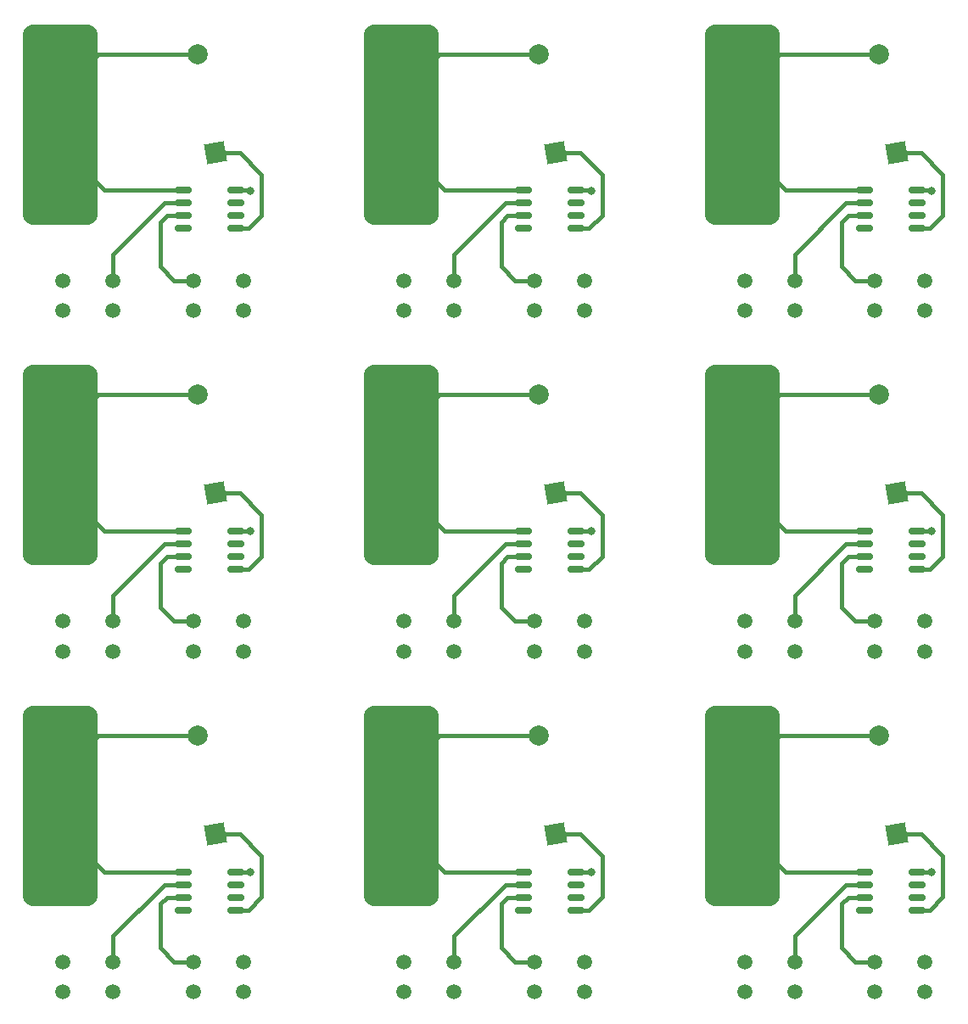
<source format=gbr>
%TF.GenerationSoftware,KiCad,Pcbnew,7.0.5*%
%TF.CreationDate,2023-10-26T18:16:14+09:00*%
%TF.ProjectId,clover_timer_p,636c6f76-6572-45f7-9469-6d65725f702e,rev?*%
%TF.SameCoordinates,Original*%
%TF.FileFunction,Copper,L1,Top*%
%TF.FilePolarity,Positive*%
%FSLAX46Y46*%
G04 Gerber Fmt 4.6, Leading zero omitted, Abs format (unit mm)*
G04 Created by KiCad (PCBNEW 7.0.5) date 2023-10-26 18:16:14*
%MOMM*%
%LPD*%
G01*
G04 APERTURE LIST*
G04 Aperture macros list*
%AMRoundRect*
0 Rectangle with rounded corners*
0 $1 Rounding radius*
0 $2 $3 $4 $5 $6 $7 $8 $9 X,Y pos of 4 corners*
0 Add a 4 corners polygon primitive as box body*
4,1,4,$2,$3,$4,$5,$6,$7,$8,$9,$2,$3,0*
0 Add four circle primitives for the rounded corners*
1,1,$1+$1,$2,$3*
1,1,$1+$1,$4,$5*
1,1,$1+$1,$6,$7*
1,1,$1+$1,$8,$9*
0 Add four rect primitives between the rounded corners*
20,1,$1+$1,$2,$3,$4,$5,0*
20,1,$1+$1,$4,$5,$6,$7,0*
20,1,$1+$1,$6,$7,$8,$9,0*
20,1,$1+$1,$8,$9,$2,$3,0*%
%AMRotRect*
0 Rectangle, with rotation*
0 The origin of the aperture is its center*
0 $1 length*
0 $2 width*
0 $3 Rotation angle, in degrees counterclockwise*
0 Add horizontal line*
21,1,$1,$2,0,0,$3*%
G04 Aperture macros list end*
%TA.AperFunction,SMDPad,CuDef*%
%ADD10RoundRect,1.125000X-2.625000X-8.875000X2.625000X-8.875000X2.625000X8.875000X-2.625000X8.875000X0*%
%TD*%
%TA.AperFunction,ComponentPad*%
%ADD11C,2.000000*%
%TD*%
%TA.AperFunction,ComponentPad*%
%ADD12RotRect,2.000000X2.000000X100.000000*%
%TD*%
%TA.AperFunction,SMDPad,CuDef*%
%ADD13RoundRect,0.150000X-0.675000X-0.150000X0.675000X-0.150000X0.675000X0.150000X-0.675000X0.150000X0*%
%TD*%
%TA.AperFunction,ComponentPad*%
%ADD14C,1.500000*%
%TD*%
%TA.AperFunction,ViaPad*%
%ADD15C,0.800000*%
%TD*%
%TA.AperFunction,Conductor*%
%ADD16C,0.400000*%
%TD*%
G04 APERTURE END LIST*
D10*
%TO.P,J3,1,Pin_1*%
%TO.N,+3V0*%
X132750000Y-60500000D03*
%TD*%
D11*
%TO.P,BZ9,2,+*%
%TO.N,+3V0*%
X180431759Y-121475961D03*
D12*
%TO.P,BZ9,1,-*%
%TO.N,Net-(BZ1--)*%
X182168241Y-131324039D03*
%TD*%
D13*
%TO.P,IC9,8,GND*%
%TO.N,GND*%
X184225000Y-135095000D03*
%TO.P,IC9,7,PA0*%
%TO.N,unconnected-(IC1-PA0-Pad7)*%
X184225000Y-136365000D03*
%TO.P,IC9,6,PA4*%
%TO.N,unconnected-(IC1-PA4-Pad6)*%
X184225000Y-137635000D03*
%TO.P,IC9,5,PA3*%
%TO.N,Net-(BZ1--)*%
X184225000Y-138905000D03*
%TO.P,IC9,4,PA5*%
%TO.N,unconnected-(IC1-PA5-Pad4)*%
X178975000Y-138905000D03*
%TO.P,IC9,3,PA6*%
%TO.N,Net-(IC1-PA6)*%
X178975000Y-137635000D03*
%TO.P,IC9,2,PA7*%
%TO.N,Net-(IC1-PA7)*%
X178975000Y-136365000D03*
%TO.P,IC9,1,VDD*%
%TO.N,+3V0*%
X178975000Y-135095000D03*
%TD*%
D14*
%TO.P,SW17,2,2*%
%TO.N,Net-(IC1-PA7)*%
X172000000Y-144100000D03*
X167000000Y-144100000D03*
%TO.P,SW17,1,1*%
%TO.N,GND*%
X172000000Y-147100000D03*
X167000000Y-147100000D03*
%TD*%
%TO.P,SW18,2,2*%
%TO.N,Net-(IC1-PA6)*%
X185025000Y-144075000D03*
X180025000Y-144075000D03*
%TO.P,SW18,1,1*%
%TO.N,GND*%
X185025000Y-147075000D03*
X180025000Y-147075000D03*
%TD*%
D10*
%TO.P,J17,1,Pin_1*%
%TO.N,+3V0*%
X166750000Y-128500000D03*
%TD*%
D11*
%TO.P,BZ8,2,+*%
%TO.N,+3V0*%
X146431759Y-121475961D03*
D12*
%TO.P,BZ8,1,-*%
%TO.N,Net-(BZ1--)*%
X148168241Y-131324039D03*
%TD*%
D13*
%TO.P,IC8,8,GND*%
%TO.N,GND*%
X150225000Y-135095000D03*
%TO.P,IC8,7,PA0*%
%TO.N,unconnected-(IC1-PA0-Pad7)*%
X150225000Y-136365000D03*
%TO.P,IC8,6,PA4*%
%TO.N,unconnected-(IC1-PA4-Pad6)*%
X150225000Y-137635000D03*
%TO.P,IC8,5,PA3*%
%TO.N,Net-(BZ1--)*%
X150225000Y-138905000D03*
%TO.P,IC8,4,PA5*%
%TO.N,unconnected-(IC1-PA5-Pad4)*%
X144975000Y-138905000D03*
%TO.P,IC8,3,PA6*%
%TO.N,Net-(IC1-PA6)*%
X144975000Y-137635000D03*
%TO.P,IC8,2,PA7*%
%TO.N,Net-(IC1-PA7)*%
X144975000Y-136365000D03*
%TO.P,IC8,1,VDD*%
%TO.N,+3V0*%
X144975000Y-135095000D03*
%TD*%
D14*
%TO.P,SW15,2,2*%
%TO.N,Net-(IC1-PA7)*%
X138000000Y-144100000D03*
X133000000Y-144100000D03*
%TO.P,SW15,1,1*%
%TO.N,GND*%
X138000000Y-147100000D03*
X133000000Y-147100000D03*
%TD*%
%TO.P,SW16,2,2*%
%TO.N,Net-(IC1-PA6)*%
X151025000Y-144075000D03*
X146025000Y-144075000D03*
%TO.P,SW16,1,1*%
%TO.N,GND*%
X151025000Y-147075000D03*
X146025000Y-147075000D03*
%TD*%
D10*
%TO.P,J15,1,Pin_1*%
%TO.N,+3V0*%
X132750000Y-128500000D03*
%TD*%
D11*
%TO.P,BZ7,2,+*%
%TO.N,+3V0*%
X112431759Y-121475961D03*
D12*
%TO.P,BZ7,1,-*%
%TO.N,Net-(BZ1--)*%
X114168241Y-131324039D03*
%TD*%
D13*
%TO.P,IC7,8,GND*%
%TO.N,GND*%
X116225000Y-135095000D03*
%TO.P,IC7,7,PA0*%
%TO.N,unconnected-(IC1-PA0-Pad7)*%
X116225000Y-136365000D03*
%TO.P,IC7,6,PA4*%
%TO.N,unconnected-(IC1-PA4-Pad6)*%
X116225000Y-137635000D03*
%TO.P,IC7,5,PA3*%
%TO.N,Net-(BZ1--)*%
X116225000Y-138905000D03*
%TO.P,IC7,4,PA5*%
%TO.N,unconnected-(IC1-PA5-Pad4)*%
X110975000Y-138905000D03*
%TO.P,IC7,3,PA6*%
%TO.N,Net-(IC1-PA6)*%
X110975000Y-137635000D03*
%TO.P,IC7,2,PA7*%
%TO.N,Net-(IC1-PA7)*%
X110975000Y-136365000D03*
%TO.P,IC7,1,VDD*%
%TO.N,+3V0*%
X110975000Y-135095000D03*
%TD*%
D14*
%TO.P,SW13,2,2*%
%TO.N,Net-(IC1-PA7)*%
X104000000Y-144100000D03*
X99000000Y-144100000D03*
%TO.P,SW13,1,1*%
%TO.N,GND*%
X104000000Y-147100000D03*
X99000000Y-147100000D03*
%TD*%
%TO.P,SW14,2,2*%
%TO.N,Net-(IC1-PA6)*%
X117025000Y-144075000D03*
X112025000Y-144075000D03*
%TO.P,SW14,1,1*%
%TO.N,GND*%
X117025000Y-147075000D03*
X112025000Y-147075000D03*
%TD*%
D10*
%TO.P,J13,1,Pin_1*%
%TO.N,+3V0*%
X98750000Y-128500000D03*
%TD*%
D11*
%TO.P,BZ6,2,+*%
%TO.N,+3V0*%
X180431759Y-87475961D03*
D12*
%TO.P,BZ6,1,-*%
%TO.N,Net-(BZ1--)*%
X182168241Y-97324039D03*
%TD*%
D13*
%TO.P,IC6,8,GND*%
%TO.N,GND*%
X184225000Y-101095000D03*
%TO.P,IC6,7,PA0*%
%TO.N,unconnected-(IC1-PA0-Pad7)*%
X184225000Y-102365000D03*
%TO.P,IC6,6,PA4*%
%TO.N,unconnected-(IC1-PA4-Pad6)*%
X184225000Y-103635000D03*
%TO.P,IC6,5,PA3*%
%TO.N,Net-(BZ1--)*%
X184225000Y-104905000D03*
%TO.P,IC6,4,PA5*%
%TO.N,unconnected-(IC1-PA5-Pad4)*%
X178975000Y-104905000D03*
%TO.P,IC6,3,PA6*%
%TO.N,Net-(IC1-PA6)*%
X178975000Y-103635000D03*
%TO.P,IC6,2,PA7*%
%TO.N,Net-(IC1-PA7)*%
X178975000Y-102365000D03*
%TO.P,IC6,1,VDD*%
%TO.N,+3V0*%
X178975000Y-101095000D03*
%TD*%
D14*
%TO.P,SW11,2,2*%
%TO.N,Net-(IC1-PA7)*%
X172000000Y-110100000D03*
X167000000Y-110100000D03*
%TO.P,SW11,1,1*%
%TO.N,GND*%
X172000000Y-113100000D03*
X167000000Y-113100000D03*
%TD*%
%TO.P,SW12,2,2*%
%TO.N,Net-(IC1-PA6)*%
X185025000Y-110075000D03*
X180025000Y-110075000D03*
%TO.P,SW12,1,1*%
%TO.N,GND*%
X185025000Y-113075000D03*
X180025000Y-113075000D03*
%TD*%
D10*
%TO.P,J11,1,Pin_1*%
%TO.N,+3V0*%
X166750000Y-94500000D03*
%TD*%
D11*
%TO.P,BZ5,2,+*%
%TO.N,+3V0*%
X146431759Y-87475961D03*
D12*
%TO.P,BZ5,1,-*%
%TO.N,Net-(BZ1--)*%
X148168241Y-97324039D03*
%TD*%
D13*
%TO.P,IC5,8,GND*%
%TO.N,GND*%
X150225000Y-101095000D03*
%TO.P,IC5,7,PA0*%
%TO.N,unconnected-(IC1-PA0-Pad7)*%
X150225000Y-102365000D03*
%TO.P,IC5,6,PA4*%
%TO.N,unconnected-(IC1-PA4-Pad6)*%
X150225000Y-103635000D03*
%TO.P,IC5,5,PA3*%
%TO.N,Net-(BZ1--)*%
X150225000Y-104905000D03*
%TO.P,IC5,4,PA5*%
%TO.N,unconnected-(IC1-PA5-Pad4)*%
X144975000Y-104905000D03*
%TO.P,IC5,3,PA6*%
%TO.N,Net-(IC1-PA6)*%
X144975000Y-103635000D03*
%TO.P,IC5,2,PA7*%
%TO.N,Net-(IC1-PA7)*%
X144975000Y-102365000D03*
%TO.P,IC5,1,VDD*%
%TO.N,+3V0*%
X144975000Y-101095000D03*
%TD*%
D14*
%TO.P,SW9,2,2*%
%TO.N,Net-(IC1-PA7)*%
X138000000Y-110100000D03*
X133000000Y-110100000D03*
%TO.P,SW9,1,1*%
%TO.N,GND*%
X138000000Y-113100000D03*
X133000000Y-113100000D03*
%TD*%
%TO.P,SW10,2,2*%
%TO.N,Net-(IC1-PA6)*%
X151025000Y-110075000D03*
X146025000Y-110075000D03*
%TO.P,SW10,1,1*%
%TO.N,GND*%
X151025000Y-113075000D03*
X146025000Y-113075000D03*
%TD*%
D10*
%TO.P,J9,1,Pin_1*%
%TO.N,+3V0*%
X132750000Y-94500000D03*
%TD*%
D11*
%TO.P,BZ4,2,+*%
%TO.N,+3V0*%
X112431759Y-87475961D03*
D12*
%TO.P,BZ4,1,-*%
%TO.N,Net-(BZ1--)*%
X114168241Y-97324039D03*
%TD*%
D13*
%TO.P,IC4,8,GND*%
%TO.N,GND*%
X116225000Y-101095000D03*
%TO.P,IC4,7,PA0*%
%TO.N,unconnected-(IC1-PA0-Pad7)*%
X116225000Y-102365000D03*
%TO.P,IC4,6,PA4*%
%TO.N,unconnected-(IC1-PA4-Pad6)*%
X116225000Y-103635000D03*
%TO.P,IC4,5,PA3*%
%TO.N,Net-(BZ1--)*%
X116225000Y-104905000D03*
%TO.P,IC4,4,PA5*%
%TO.N,unconnected-(IC1-PA5-Pad4)*%
X110975000Y-104905000D03*
%TO.P,IC4,3,PA6*%
%TO.N,Net-(IC1-PA6)*%
X110975000Y-103635000D03*
%TO.P,IC4,2,PA7*%
%TO.N,Net-(IC1-PA7)*%
X110975000Y-102365000D03*
%TO.P,IC4,1,VDD*%
%TO.N,+3V0*%
X110975000Y-101095000D03*
%TD*%
D14*
%TO.P,SW7,2,2*%
%TO.N,Net-(IC1-PA7)*%
X104000000Y-110100000D03*
X99000000Y-110100000D03*
%TO.P,SW7,1,1*%
%TO.N,GND*%
X104000000Y-113100000D03*
X99000000Y-113100000D03*
%TD*%
%TO.P,SW8,2,2*%
%TO.N,Net-(IC1-PA6)*%
X117025000Y-110075000D03*
X112025000Y-110075000D03*
%TO.P,SW8,1,1*%
%TO.N,GND*%
X117025000Y-113075000D03*
X112025000Y-113075000D03*
%TD*%
D10*
%TO.P,J7,1,Pin_1*%
%TO.N,+3V0*%
X98750000Y-94500000D03*
%TD*%
D11*
%TO.P,BZ3,2,+*%
%TO.N,+3V0*%
X180431759Y-53475961D03*
D12*
%TO.P,BZ3,1,-*%
%TO.N,Net-(BZ1--)*%
X182168241Y-63324039D03*
%TD*%
D13*
%TO.P,IC3,8,GND*%
%TO.N,GND*%
X184225000Y-67095000D03*
%TO.P,IC3,7,PA0*%
%TO.N,unconnected-(IC1-PA0-Pad7)*%
X184225000Y-68365000D03*
%TO.P,IC3,6,PA4*%
%TO.N,unconnected-(IC1-PA4-Pad6)*%
X184225000Y-69635000D03*
%TO.P,IC3,5,PA3*%
%TO.N,Net-(BZ1--)*%
X184225000Y-70905000D03*
%TO.P,IC3,4,PA5*%
%TO.N,unconnected-(IC1-PA5-Pad4)*%
X178975000Y-70905000D03*
%TO.P,IC3,3,PA6*%
%TO.N,Net-(IC1-PA6)*%
X178975000Y-69635000D03*
%TO.P,IC3,2,PA7*%
%TO.N,Net-(IC1-PA7)*%
X178975000Y-68365000D03*
%TO.P,IC3,1,VDD*%
%TO.N,+3V0*%
X178975000Y-67095000D03*
%TD*%
D14*
%TO.P,SW5,2,2*%
%TO.N,Net-(IC1-PA7)*%
X172000000Y-76100000D03*
X167000000Y-76100000D03*
%TO.P,SW5,1,1*%
%TO.N,GND*%
X172000000Y-79100000D03*
X167000000Y-79100000D03*
%TD*%
%TO.P,SW6,2,2*%
%TO.N,Net-(IC1-PA6)*%
X185025000Y-76075000D03*
X180025000Y-76075000D03*
%TO.P,SW6,1,1*%
%TO.N,GND*%
X185025000Y-79075000D03*
X180025000Y-79075000D03*
%TD*%
D10*
%TO.P,J5,1,Pin_1*%
%TO.N,+3V0*%
X166750000Y-60500000D03*
%TD*%
D11*
%TO.P,BZ2,2,+*%
%TO.N,+3V0*%
X146431759Y-53475961D03*
D12*
%TO.P,BZ2,1,-*%
%TO.N,Net-(BZ1--)*%
X148168241Y-63324039D03*
%TD*%
D13*
%TO.P,IC2,8,GND*%
%TO.N,GND*%
X150225000Y-67095000D03*
%TO.P,IC2,7,PA0*%
%TO.N,unconnected-(IC1-PA0-Pad7)*%
X150225000Y-68365000D03*
%TO.P,IC2,6,PA4*%
%TO.N,unconnected-(IC1-PA4-Pad6)*%
X150225000Y-69635000D03*
%TO.P,IC2,5,PA3*%
%TO.N,Net-(BZ1--)*%
X150225000Y-70905000D03*
%TO.P,IC2,4,PA5*%
%TO.N,unconnected-(IC1-PA5-Pad4)*%
X144975000Y-70905000D03*
%TO.P,IC2,3,PA6*%
%TO.N,Net-(IC1-PA6)*%
X144975000Y-69635000D03*
%TO.P,IC2,2,PA7*%
%TO.N,Net-(IC1-PA7)*%
X144975000Y-68365000D03*
%TO.P,IC2,1,VDD*%
%TO.N,+3V0*%
X144975000Y-67095000D03*
%TD*%
D14*
%TO.P,SW3,2,2*%
%TO.N,Net-(IC1-PA7)*%
X138000000Y-76100000D03*
X133000000Y-76100000D03*
%TO.P,SW3,1,1*%
%TO.N,GND*%
X138000000Y-79100000D03*
X133000000Y-79100000D03*
%TD*%
%TO.P,SW4,2,2*%
%TO.N,Net-(IC1-PA6)*%
X151025000Y-76075000D03*
X146025000Y-76075000D03*
%TO.P,SW4,1,1*%
%TO.N,GND*%
X151025000Y-79075000D03*
X146025000Y-79075000D03*
%TD*%
%TO.P,SW2,1,1*%
%TO.N,GND*%
X112025000Y-79075000D03*
X117025000Y-79075000D03*
%TO.P,SW2,2,2*%
%TO.N,Net-(IC1-PA6)*%
X112025000Y-76075000D03*
X117025000Y-76075000D03*
%TD*%
D13*
%TO.P,IC1,1,VDD*%
%TO.N,+3V0*%
X110975000Y-67095000D03*
%TO.P,IC1,2,PA7*%
%TO.N,Net-(IC1-PA7)*%
X110975000Y-68365000D03*
%TO.P,IC1,3,PA6*%
%TO.N,Net-(IC1-PA6)*%
X110975000Y-69635000D03*
%TO.P,IC1,4,PA5*%
%TO.N,unconnected-(IC1-PA5-Pad4)*%
X110975000Y-70905000D03*
%TO.P,IC1,5,PA3*%
%TO.N,Net-(BZ1--)*%
X116225000Y-70905000D03*
%TO.P,IC1,6,PA4*%
%TO.N,unconnected-(IC1-PA4-Pad6)*%
X116225000Y-69635000D03*
%TO.P,IC1,7,PA0*%
%TO.N,unconnected-(IC1-PA0-Pad7)*%
X116225000Y-68365000D03*
%TO.P,IC1,8,GND*%
%TO.N,GND*%
X116225000Y-67095000D03*
%TD*%
D12*
%TO.P,BZ1,1,-*%
%TO.N,Net-(BZ1--)*%
X114168241Y-63324039D03*
D11*
%TO.P,BZ1,2,+*%
%TO.N,+3V0*%
X112431759Y-53475961D03*
%TD*%
D14*
%TO.P,SW1,1,1*%
%TO.N,GND*%
X99000000Y-79100000D03*
X104000000Y-79100000D03*
%TO.P,SW1,2,2*%
%TO.N,Net-(IC1-PA7)*%
X99000000Y-76100000D03*
X104000000Y-76100000D03*
%TD*%
D10*
%TO.P,J1,1,Pin_1*%
%TO.N,+3V0*%
X98750000Y-60500000D03*
%TD*%
D15*
%TO.N,GND*%
X185700000Y-135100000D03*
X151700000Y-135100000D03*
X117700000Y-135100000D03*
X185700000Y-101100000D03*
X151700000Y-101100000D03*
X117700000Y-101100000D03*
X185700000Y-67100000D03*
X151700000Y-67100000D03*
X117700000Y-67100000D03*
%TD*%
D16*
%TO.N,Net-(IC1-PA6)*%
X178975000Y-137635000D02*
X177365000Y-137635000D01*
%TO.N,+3V0*%
X166750000Y-125250000D02*
X166750000Y-128500000D01*
%TO.N,Net-(IC1-PA6)*%
X178075000Y-144075000D02*
X180025000Y-144075000D01*
%TO.N,Net-(BZ1--)*%
X184624039Y-131324039D02*
X182168241Y-131324039D01*
%TO.N,+3V0*%
X171095000Y-135095000D02*
X178975000Y-135095000D01*
%TO.N,Net-(IC1-PA7)*%
X177135000Y-136365000D02*
X178975000Y-136365000D01*
%TO.N,Net-(IC1-PA6)*%
X176700000Y-142700000D02*
X178075000Y-144075000D01*
%TO.N,Net-(BZ1--)*%
X184225000Y-138905000D02*
X185495000Y-138905000D01*
%TO.N,+3V0*%
X166750000Y-128500000D02*
X166750000Y-130750000D01*
%TO.N,Net-(IC1-PA7)*%
X172000000Y-141500000D02*
X177135000Y-136365000D01*
X172000000Y-144100000D02*
X172000000Y-141500000D01*
%TO.N,GND*%
X185695000Y-135095000D02*
X185700000Y-135100000D01*
%TO.N,Net-(BZ1--)*%
X185495000Y-138905000D02*
X186800000Y-137600000D01*
%TO.N,Net-(IC1-PA6)*%
X176700000Y-138300000D02*
X176700000Y-142700000D01*
%TO.N,Net-(BZ1--)*%
X186800000Y-133500000D02*
X184624039Y-131324039D01*
%TO.N,GND*%
X184225000Y-135095000D02*
X185695000Y-135095000D01*
%TO.N,Net-(IC1-PA6)*%
X177365000Y-137635000D02*
X176700000Y-138300000D01*
%TO.N,Net-(BZ1--)*%
X186800000Y-137600000D02*
X186800000Y-133500000D01*
%TO.N,+3V0*%
X166750000Y-130750000D02*
X171095000Y-135095000D01*
X180431759Y-121475961D02*
X170524039Y-121475961D01*
X170524039Y-121475961D02*
X166750000Y-125250000D01*
%TO.N,Net-(IC1-PA6)*%
X144975000Y-137635000D02*
X143365000Y-137635000D01*
%TO.N,+3V0*%
X132750000Y-125250000D02*
X132750000Y-128500000D01*
%TO.N,Net-(IC1-PA6)*%
X144075000Y-144075000D02*
X146025000Y-144075000D01*
%TO.N,Net-(BZ1--)*%
X150624039Y-131324039D02*
X148168241Y-131324039D01*
%TO.N,+3V0*%
X137095000Y-135095000D02*
X144975000Y-135095000D01*
%TO.N,Net-(IC1-PA7)*%
X143135000Y-136365000D02*
X144975000Y-136365000D01*
%TO.N,Net-(IC1-PA6)*%
X142700000Y-142700000D02*
X144075000Y-144075000D01*
%TO.N,Net-(BZ1--)*%
X150225000Y-138905000D02*
X151495000Y-138905000D01*
%TO.N,+3V0*%
X132750000Y-128500000D02*
X132750000Y-130750000D01*
%TO.N,Net-(IC1-PA7)*%
X138000000Y-141500000D02*
X143135000Y-136365000D01*
X138000000Y-144100000D02*
X138000000Y-141500000D01*
%TO.N,GND*%
X151695000Y-135095000D02*
X151700000Y-135100000D01*
%TO.N,Net-(BZ1--)*%
X151495000Y-138905000D02*
X152800000Y-137600000D01*
%TO.N,Net-(IC1-PA6)*%
X142700000Y-138300000D02*
X142700000Y-142700000D01*
%TO.N,Net-(BZ1--)*%
X152800000Y-133500000D02*
X150624039Y-131324039D01*
%TO.N,GND*%
X150225000Y-135095000D02*
X151695000Y-135095000D01*
%TO.N,Net-(IC1-PA6)*%
X143365000Y-137635000D02*
X142700000Y-138300000D01*
%TO.N,Net-(BZ1--)*%
X152800000Y-137600000D02*
X152800000Y-133500000D01*
%TO.N,+3V0*%
X132750000Y-130750000D02*
X137095000Y-135095000D01*
X146431759Y-121475961D02*
X136524039Y-121475961D01*
X136524039Y-121475961D02*
X132750000Y-125250000D01*
%TO.N,Net-(IC1-PA6)*%
X110975000Y-137635000D02*
X109365000Y-137635000D01*
%TO.N,+3V0*%
X98750000Y-125250000D02*
X98750000Y-128500000D01*
%TO.N,Net-(IC1-PA6)*%
X110075000Y-144075000D02*
X112025000Y-144075000D01*
%TO.N,Net-(BZ1--)*%
X116624039Y-131324039D02*
X114168241Y-131324039D01*
%TO.N,+3V0*%
X103095000Y-135095000D02*
X110975000Y-135095000D01*
%TO.N,Net-(IC1-PA7)*%
X109135000Y-136365000D02*
X110975000Y-136365000D01*
%TO.N,Net-(IC1-PA6)*%
X108700000Y-142700000D02*
X110075000Y-144075000D01*
%TO.N,Net-(BZ1--)*%
X116225000Y-138905000D02*
X117495000Y-138905000D01*
%TO.N,+3V0*%
X98750000Y-128500000D02*
X98750000Y-130750000D01*
%TO.N,Net-(IC1-PA7)*%
X104000000Y-141500000D02*
X109135000Y-136365000D01*
X104000000Y-144100000D02*
X104000000Y-141500000D01*
%TO.N,GND*%
X117695000Y-135095000D02*
X117700000Y-135100000D01*
%TO.N,Net-(BZ1--)*%
X117495000Y-138905000D02*
X118800000Y-137600000D01*
%TO.N,Net-(IC1-PA6)*%
X108700000Y-138300000D02*
X108700000Y-142700000D01*
%TO.N,Net-(BZ1--)*%
X118800000Y-133500000D02*
X116624039Y-131324039D01*
%TO.N,GND*%
X116225000Y-135095000D02*
X117695000Y-135095000D01*
%TO.N,Net-(IC1-PA6)*%
X109365000Y-137635000D02*
X108700000Y-138300000D01*
%TO.N,Net-(BZ1--)*%
X118800000Y-137600000D02*
X118800000Y-133500000D01*
%TO.N,+3V0*%
X98750000Y-130750000D02*
X103095000Y-135095000D01*
X112431759Y-121475961D02*
X102524039Y-121475961D01*
X102524039Y-121475961D02*
X98750000Y-125250000D01*
%TO.N,Net-(IC1-PA6)*%
X178975000Y-103635000D02*
X177365000Y-103635000D01*
%TO.N,+3V0*%
X166750000Y-91250000D02*
X166750000Y-94500000D01*
%TO.N,Net-(IC1-PA6)*%
X178075000Y-110075000D02*
X180025000Y-110075000D01*
%TO.N,Net-(BZ1--)*%
X184624039Y-97324039D02*
X182168241Y-97324039D01*
%TO.N,+3V0*%
X171095000Y-101095000D02*
X178975000Y-101095000D01*
%TO.N,Net-(IC1-PA7)*%
X177135000Y-102365000D02*
X178975000Y-102365000D01*
%TO.N,Net-(IC1-PA6)*%
X176700000Y-108700000D02*
X178075000Y-110075000D01*
%TO.N,Net-(BZ1--)*%
X184225000Y-104905000D02*
X185495000Y-104905000D01*
%TO.N,+3V0*%
X166750000Y-94500000D02*
X166750000Y-96750000D01*
%TO.N,Net-(IC1-PA7)*%
X172000000Y-107500000D02*
X177135000Y-102365000D01*
X172000000Y-110100000D02*
X172000000Y-107500000D01*
%TO.N,GND*%
X185695000Y-101095000D02*
X185700000Y-101100000D01*
%TO.N,Net-(BZ1--)*%
X185495000Y-104905000D02*
X186800000Y-103600000D01*
%TO.N,Net-(IC1-PA6)*%
X176700000Y-104300000D02*
X176700000Y-108700000D01*
%TO.N,Net-(BZ1--)*%
X186800000Y-99500000D02*
X184624039Y-97324039D01*
%TO.N,GND*%
X184225000Y-101095000D02*
X185695000Y-101095000D01*
%TO.N,Net-(IC1-PA6)*%
X177365000Y-103635000D02*
X176700000Y-104300000D01*
%TO.N,Net-(BZ1--)*%
X186800000Y-103600000D02*
X186800000Y-99500000D01*
%TO.N,+3V0*%
X166750000Y-96750000D02*
X171095000Y-101095000D01*
X180431759Y-87475961D02*
X170524039Y-87475961D01*
X170524039Y-87475961D02*
X166750000Y-91250000D01*
%TO.N,Net-(IC1-PA6)*%
X144975000Y-103635000D02*
X143365000Y-103635000D01*
%TO.N,+3V0*%
X132750000Y-91250000D02*
X132750000Y-94500000D01*
%TO.N,Net-(IC1-PA6)*%
X144075000Y-110075000D02*
X146025000Y-110075000D01*
%TO.N,Net-(BZ1--)*%
X150624039Y-97324039D02*
X148168241Y-97324039D01*
%TO.N,+3V0*%
X137095000Y-101095000D02*
X144975000Y-101095000D01*
%TO.N,Net-(IC1-PA7)*%
X143135000Y-102365000D02*
X144975000Y-102365000D01*
%TO.N,Net-(IC1-PA6)*%
X142700000Y-108700000D02*
X144075000Y-110075000D01*
%TO.N,Net-(BZ1--)*%
X150225000Y-104905000D02*
X151495000Y-104905000D01*
%TO.N,+3V0*%
X132750000Y-94500000D02*
X132750000Y-96750000D01*
%TO.N,Net-(IC1-PA7)*%
X138000000Y-107500000D02*
X143135000Y-102365000D01*
X138000000Y-110100000D02*
X138000000Y-107500000D01*
%TO.N,GND*%
X151695000Y-101095000D02*
X151700000Y-101100000D01*
%TO.N,Net-(BZ1--)*%
X151495000Y-104905000D02*
X152800000Y-103600000D01*
%TO.N,Net-(IC1-PA6)*%
X142700000Y-104300000D02*
X142700000Y-108700000D01*
%TO.N,Net-(BZ1--)*%
X152800000Y-99500000D02*
X150624039Y-97324039D01*
%TO.N,GND*%
X150225000Y-101095000D02*
X151695000Y-101095000D01*
%TO.N,Net-(IC1-PA6)*%
X143365000Y-103635000D02*
X142700000Y-104300000D01*
%TO.N,Net-(BZ1--)*%
X152800000Y-103600000D02*
X152800000Y-99500000D01*
%TO.N,+3V0*%
X132750000Y-96750000D02*
X137095000Y-101095000D01*
X146431759Y-87475961D02*
X136524039Y-87475961D01*
X136524039Y-87475961D02*
X132750000Y-91250000D01*
%TO.N,Net-(IC1-PA6)*%
X110975000Y-103635000D02*
X109365000Y-103635000D01*
%TO.N,+3V0*%
X98750000Y-91250000D02*
X98750000Y-94500000D01*
%TO.N,Net-(IC1-PA6)*%
X110075000Y-110075000D02*
X112025000Y-110075000D01*
%TO.N,Net-(BZ1--)*%
X116624039Y-97324039D02*
X114168241Y-97324039D01*
%TO.N,+3V0*%
X103095000Y-101095000D02*
X110975000Y-101095000D01*
%TO.N,Net-(IC1-PA7)*%
X109135000Y-102365000D02*
X110975000Y-102365000D01*
%TO.N,Net-(IC1-PA6)*%
X108700000Y-108700000D02*
X110075000Y-110075000D01*
%TO.N,Net-(BZ1--)*%
X116225000Y-104905000D02*
X117495000Y-104905000D01*
%TO.N,+3V0*%
X98750000Y-94500000D02*
X98750000Y-96750000D01*
%TO.N,Net-(IC1-PA7)*%
X104000000Y-107500000D02*
X109135000Y-102365000D01*
X104000000Y-110100000D02*
X104000000Y-107500000D01*
%TO.N,GND*%
X117695000Y-101095000D02*
X117700000Y-101100000D01*
%TO.N,Net-(BZ1--)*%
X117495000Y-104905000D02*
X118800000Y-103600000D01*
%TO.N,Net-(IC1-PA6)*%
X108700000Y-104300000D02*
X108700000Y-108700000D01*
%TO.N,Net-(BZ1--)*%
X118800000Y-99500000D02*
X116624039Y-97324039D01*
%TO.N,GND*%
X116225000Y-101095000D02*
X117695000Y-101095000D01*
%TO.N,Net-(IC1-PA6)*%
X109365000Y-103635000D02*
X108700000Y-104300000D01*
%TO.N,Net-(BZ1--)*%
X118800000Y-103600000D02*
X118800000Y-99500000D01*
%TO.N,+3V0*%
X98750000Y-96750000D02*
X103095000Y-101095000D01*
X112431759Y-87475961D02*
X102524039Y-87475961D01*
X102524039Y-87475961D02*
X98750000Y-91250000D01*
%TO.N,Net-(IC1-PA6)*%
X178975000Y-69635000D02*
X177365000Y-69635000D01*
%TO.N,+3V0*%
X166750000Y-57250000D02*
X166750000Y-60500000D01*
%TO.N,Net-(IC1-PA6)*%
X178075000Y-76075000D02*
X180025000Y-76075000D01*
%TO.N,Net-(BZ1--)*%
X184624039Y-63324039D02*
X182168241Y-63324039D01*
%TO.N,+3V0*%
X171095000Y-67095000D02*
X178975000Y-67095000D01*
%TO.N,Net-(IC1-PA7)*%
X177135000Y-68365000D02*
X178975000Y-68365000D01*
%TO.N,Net-(IC1-PA6)*%
X176700000Y-74700000D02*
X178075000Y-76075000D01*
%TO.N,Net-(BZ1--)*%
X184225000Y-70905000D02*
X185495000Y-70905000D01*
%TO.N,+3V0*%
X166750000Y-60500000D02*
X166750000Y-62750000D01*
%TO.N,Net-(IC1-PA7)*%
X172000000Y-73500000D02*
X177135000Y-68365000D01*
X172000000Y-76100000D02*
X172000000Y-73500000D01*
%TO.N,GND*%
X185695000Y-67095000D02*
X185700000Y-67100000D01*
%TO.N,Net-(BZ1--)*%
X185495000Y-70905000D02*
X186800000Y-69600000D01*
%TO.N,Net-(IC1-PA6)*%
X176700000Y-70300000D02*
X176700000Y-74700000D01*
%TO.N,Net-(BZ1--)*%
X186800000Y-65500000D02*
X184624039Y-63324039D01*
%TO.N,GND*%
X184225000Y-67095000D02*
X185695000Y-67095000D01*
%TO.N,Net-(IC1-PA6)*%
X177365000Y-69635000D02*
X176700000Y-70300000D01*
%TO.N,Net-(BZ1--)*%
X186800000Y-69600000D02*
X186800000Y-65500000D01*
%TO.N,+3V0*%
X166750000Y-62750000D02*
X171095000Y-67095000D01*
X180431759Y-53475961D02*
X170524039Y-53475961D01*
X170524039Y-53475961D02*
X166750000Y-57250000D01*
%TO.N,Net-(IC1-PA6)*%
X144975000Y-69635000D02*
X143365000Y-69635000D01*
%TO.N,+3V0*%
X132750000Y-57250000D02*
X132750000Y-60500000D01*
%TO.N,Net-(IC1-PA6)*%
X144075000Y-76075000D02*
X146025000Y-76075000D01*
%TO.N,Net-(BZ1--)*%
X150624039Y-63324039D02*
X148168241Y-63324039D01*
%TO.N,+3V0*%
X137095000Y-67095000D02*
X144975000Y-67095000D01*
%TO.N,Net-(IC1-PA7)*%
X143135000Y-68365000D02*
X144975000Y-68365000D01*
%TO.N,Net-(IC1-PA6)*%
X142700000Y-74700000D02*
X144075000Y-76075000D01*
%TO.N,Net-(BZ1--)*%
X150225000Y-70905000D02*
X151495000Y-70905000D01*
%TO.N,+3V0*%
X132750000Y-60500000D02*
X132750000Y-62750000D01*
%TO.N,Net-(IC1-PA7)*%
X138000000Y-73500000D02*
X143135000Y-68365000D01*
X138000000Y-76100000D02*
X138000000Y-73500000D01*
%TO.N,GND*%
X151695000Y-67095000D02*
X151700000Y-67100000D01*
%TO.N,Net-(BZ1--)*%
X151495000Y-70905000D02*
X152800000Y-69600000D01*
%TO.N,Net-(IC1-PA6)*%
X142700000Y-70300000D02*
X142700000Y-74700000D01*
%TO.N,Net-(BZ1--)*%
X152800000Y-65500000D02*
X150624039Y-63324039D01*
%TO.N,GND*%
X150225000Y-67095000D02*
X151695000Y-67095000D01*
%TO.N,Net-(IC1-PA6)*%
X143365000Y-69635000D02*
X142700000Y-70300000D01*
%TO.N,Net-(BZ1--)*%
X152800000Y-69600000D02*
X152800000Y-65500000D01*
%TO.N,+3V0*%
X132750000Y-62750000D02*
X137095000Y-67095000D01*
X146431759Y-53475961D02*
X136524039Y-53475961D01*
X136524039Y-53475961D02*
X132750000Y-57250000D01*
X102524039Y-53475961D02*
X98750000Y-57250000D01*
X112431759Y-53475961D02*
X102524039Y-53475961D01*
X103095000Y-67095000D02*
X110975000Y-67095000D01*
X98750000Y-62750000D02*
X103095000Y-67095000D01*
X98750000Y-60500000D02*
X98750000Y-62750000D01*
X98750000Y-57250000D02*
X98750000Y-60500000D01*
%TO.N,GND*%
X116225000Y-67095000D02*
X117695000Y-67095000D01*
X117695000Y-67095000D02*
X117700000Y-67100000D01*
%TO.N,Net-(BZ1--)*%
X116624039Y-63324039D02*
X114168241Y-63324039D01*
X116225000Y-70905000D02*
X117495000Y-70905000D01*
X118800000Y-65500000D02*
X116624039Y-63324039D01*
X118800000Y-69600000D02*
X118800000Y-65500000D01*
X117495000Y-70905000D02*
X118800000Y-69600000D01*
%TO.N,Net-(IC1-PA7)*%
X109135000Y-68365000D02*
X110975000Y-68365000D01*
X104000000Y-73500000D02*
X109135000Y-68365000D01*
X104000000Y-76100000D02*
X104000000Y-73500000D01*
%TO.N,Net-(IC1-PA6)*%
X110075000Y-76075000D02*
X112025000Y-76075000D01*
X108700000Y-74700000D02*
X110075000Y-76075000D01*
X108700000Y-70300000D02*
X108700000Y-74700000D01*
X109365000Y-69635000D02*
X108700000Y-70300000D01*
X110975000Y-69635000D02*
X109365000Y-69635000D01*
%TD*%
M02*

</source>
